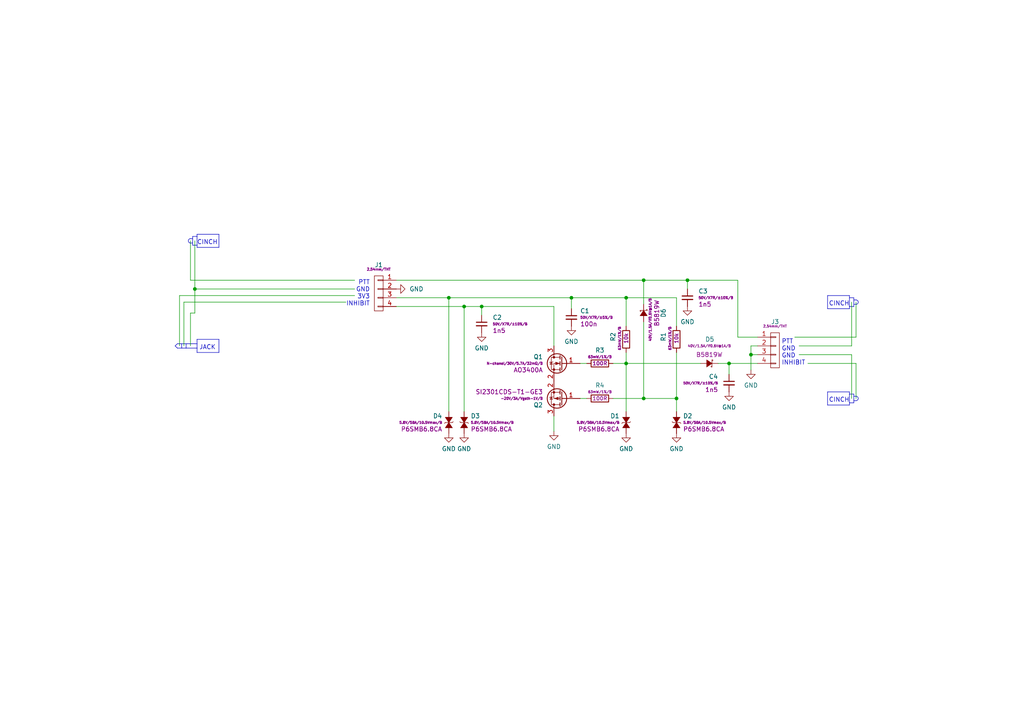
<source format=kicad_sch>
(kicad_sch (version 20230121) (generator eeschema)
  (paper "A4")
  (title_block (title "IC-7610 TX inhibit") (date "2023-09-14") (rev "01"))
  (lib_symbols
    (symbol "RemoteQTH.com:C_100n_50V_0603" (pin_numbers hide) (pin_names (offset 0.254) hide)
      (property "Reference" "C" (at 1.905 1.905 0))
      (property "req" "50V/X7R/±5%/B" (at 1.905 -1.905 0))
      (property "part_value" "100n" (at 1.905 0 0))
      (symbol "C_100n_50V_0603_0_1"
        (polyline (pts (xy -1.524 -0.508) (xy 1.524 -0.508)) (stroke (width 0.3302)))
        (polyline (pts (xy -1.524 0.508) (xy 1.524 0.508)) (stroke (width 0.3048)))
      )
      (symbol "C_100n_50V_0603_1_1"
        (pin passive line (at 0 2.54 270) (length 2.032) (name "~") (number "1"))
        (pin passive line (at 0 -2.54 90) (length 2.032) (name "~") (number "2"))
      )
    )
    (symbol "RemoteQTH.com:C_1n5_50V_0603" (pin_numbers hide) (pin_names (offset 0.254) hide)
      (property "Reference" "C" (at 1.905 1.905 0))
      (property "req" "50V/X7R/±10%/B" (at 1.905 -1.905 0))
      (property "part_value" "1n5" (at 1.905 0 0))
      (symbol "C_1n5_50V_0603_0_1"
        (polyline (pts (xy -1.524 -0.508) (xy 1.524 -0.508)) (stroke (width 0.3302)))
        (polyline (pts (xy -1.524 0.508) (xy 1.524 0.508)) (stroke (width 0.3048)))
      )
      (symbol "C_1n5_50V_0603_1_1"
        (pin passive line (at 0 2.54 270) (length 2.032) (name "~") (number "1"))
        (pin passive line (at 0 -2.54 90) (length 2.032) (name "~") (number "2"))
      )
    )
    (symbol "RemoteQTH.com:Conn_01x04_PinHeaderStraight_2,54mm" (pin_names (offset 1.016) hide)
      (property "Reference" "J" (at 0 7.62 0))
      (property "req" "2,54mm/THT" (at -1.27 6.35 0))
      (symbol "Conn_01x04_PinHeaderStraight_2,54mm_0_1"
        (rectangle (start -1.27 -3.683) (end 0.254 -3.937))
        (rectangle (start -1.27 -1.143) (end 0.254 -1.397))
        (rectangle (start -1.27 1.397) (end 0.254 1.143))
        (rectangle (start -1.27 3.937) (end 0.254 3.683))
        (rectangle (start -1.27 5.08) (end 1.27 -5.08))
      )
      (symbol "Conn_01x04_PinHeaderStraight_2,54mm_1_1"
        (pin passive line (at -5.08 3.81 0) (length 3.81) (name "P1") (number "1"))
        (pin passive line (at -5.08 1.27 0) (length 3.81) (name "P2") (number "2"))
        (pin passive line (at -5.08 -1.27 0) (length 3.81) (name "P3") (number "3"))
        (pin passive line (at -5.08 -3.81 0) (length 3.81) (name "P4") (number "4"))
      )
    )
    (symbol "RemoteQTH.com:D_40V-1A_B5819W_SOD123" (pin_numbers hide) (pin_names (offset 0.254) hide)
      (property "Reference" "D" (at 0 5.08 0))
      (property "req" "40V/1,5A/If0,6V@1A/B" (at 0 1.905 0))
      (property "part_value" "B5819W" (at 0 3.175 0))
      (symbol "D_40V-1A_B5819W_SOD123_0_1"
        (polyline (pts (xy -0.762 -1.016) (xy -0.762 1.016)))
        (polyline (pts (xy -0.762 0) (xy 0.762 0)))
        (polyline (pts (xy -0.762 -1.016) (xy -0.508 -1.016) (xy -0.508 -0.762)))
        (polyline (pts (xy -0.762 1.016) (xy -1.016 1.016) (xy -1.016 0.762)))
        (polyline (pts (xy 0.762 -1.016) (xy -0.762 0) (xy 0.762 1.016) (xy 0.762 -1.016)) (fill (type outline)))
      )
      (symbol "D_40V-1A_B5819W_SOD123_1_1"
        (pin passive line (at -2.54 0 0) (length 1.778) (name "K") (number "1"))
        (pin passive line (at 2.54 0 180) (length 1.778) (name "A") (number "2"))
      )
    )
    (symbol "RemoteQTH.com:D_TVS-5.8V-58A_P6SMB6.8CA_SMB-DO214AA" (pin_numbers hide) (pin_names (offset 0.254) hide)
      (property "Reference" "D" (at 0 5.08 0))
      (property "req" "5.8V/58A/10.5Vmax/B" (at 0 1.905 0))
      (property "part_value" "P6SMB6.8CA" (at 0 3.175 0))
      (symbol "D_TVS-5.8V-58A_P6SMB6.8CA_SMB-DO214AA_0_1"
        (polyline (pts (xy -0.127 0) (xy 1.397 0)))
        (polyline (pts (xy 0 -1.016) (xy -0.254 -1.27)))
        (polyline (pts (xy 0 -1.016) (xy 0 1.016)))
        (polyline (pts (xy 0 1.016) (xy 0.254 1.27)))
        (polyline (pts (xy 1.524 -1.016) (xy 0 0) (xy 1.524 1.016) (xy 1.524 -1.016)) (fill (type outline)))
      )
      (symbol "D_TVS-5.8V-58A_P6SMB6.8CA_SMB-DO214AA_1_1"
        (polyline (pts (xy -1.524 1.016) (xy 0 0) (xy -1.524 -1.016) (xy -1.524 1.016)) (fill (type outline)))
        (pin passive line (at -3.175 0 0) (length 1.778) (name "K") (number "1"))
        (pin passive line (at 3.175 0 180) (length 1.778) (name "A") (number "2"))
      )
    )
    (symbol "RemoteQTH.com:NFET_30V_5.7A_AO3400A_SOT23W" (pin_names (offset 0) hide)
      (property "Reference" "Q" (at 5.08 1.27 0))
      (property "req" "N-chanel/30V/5.7A/32mΩ/B" (at 5.08 -2.54 0))
      (property "part_value" "AO3400A" (at 5.08 -0.635 0))
      (symbol "NFET_30V_5.7A_AO3400A_SOT23W_0_1"
        (polyline (pts (xy 0.762 -1.778) (xy 2.54 -1.778)))
        (polyline (pts (xy 0.762 -1.27) (xy 0.762 -2.286)) (stroke (width 0.254)))
        (polyline (pts (xy 0.762 0) (xy 2.54 0)))
        (polyline (pts (xy 0.762 0.508) (xy 0.762 -0.508)) (stroke (width 0.254)))
        (polyline (pts (xy 0.762 1.778) (xy 2.54 1.778)))
        (polyline (pts (xy 0.762 2.286) (xy 0.762 1.27)) (stroke (width 0.254)))
        (polyline (pts (xy 2.54 -1.778) (xy 2.54 -2.54)))
        (polyline (pts (xy 2.54 -1.778) (xy 2.54 0)))
        (polyline (pts (xy 2.54 2.54) (xy 2.54 1.778)))
        (polyline (pts (xy 0.254 1.905) (xy 0.254 -1.905) (xy 0.254 -1.905)) (stroke (width 0.254)))
        (polyline (pts (xy 1.016 0) (xy 2.032 0.381) (xy 2.032 -0.381) (xy 1.016 0)) (fill (type outline)))
        (polyline (pts (xy 2.54 -1.778) (xy 3.302 -1.778) (xy 3.302 1.778) (xy 2.54 1.778)))
        (polyline (pts (xy 2.794 0.508) (xy 2.921 0.381) (xy 3.683 0.381) (xy 3.81 0.254)))
        (polyline (pts (xy 3.302 0.381) (xy 2.921 -0.254) (xy 3.683 -0.254) (xy 3.302 0.381)))
        (circle (center 1.651 0) (radius 2.8194) (stroke (width 0.254)))
        (circle (center 2.54 -1.778) (radius 0.2794) (fill (type outline)))
        (circle (center 2.54 1.778) (radius 0.2794) (fill (type outline)))
      )
      (symbol "NFET_30V_5.7A_AO3400A_SOT23W_1_1"
        (pin input line (at -5.08 0 0) (length 5.334) (name "G") (number "1"))
        (pin passive line (at 2.54 -5.08 90) (length 2.54) (name "S") (number "2"))
        (pin passive line (at 2.54 5.08 270) (length 2.54) (name "D") (number "3"))
      )
    )
    (symbol "RemoteQTH.com:PFET_-20V_3A_Si2319CDS_SOT23" (pin_names (offset 0) hide)
      (property "Reference" "Q" (at 5.08 1.27 0))
      (property "req" "-20V/3A/Vgsth-1V/B" (at 5.08 -2.54 0))
      (property "part_value" "SI2301CDS-T1-GE3" (at 5.08 -0.635 0))
      (symbol "PFET_-20V_3A_Si2319CDS_SOT23_0_1"
        (polyline (pts (xy 0.762 -1.778) (xy 2.54 -1.778)))
        (polyline (pts (xy 0.762 -1.27) (xy 0.762 -2.286)) (stroke (width 0.254)))
        (polyline (pts (xy 0.762 0) (xy 2.54 0)))
        (polyline (pts (xy 0.762 0.508) (xy 0.762 -0.508)) (stroke (width 0.254)))
        (polyline (pts (xy 0.762 1.778) (xy 2.54 1.778)))
        (polyline (pts (xy 0.762 2.286) (xy 0.762 1.27)) (stroke (width 0.254)))
        (polyline (pts (xy 2.54 -1.778) (xy 2.54 -2.54)))
        (polyline (pts (xy 2.54 -1.778) (xy 2.54 0)))
        (polyline (pts (xy 2.54 2.54) (xy 2.54 1.778)))
        (polyline (pts (xy 0.254 1.905) (xy 0.254 -1.905) (xy 0.254 -1.905)) (stroke (width 0.254)))
        (polyline (pts (xy 2.286 0) (xy 1.27 -0.381) (xy 1.27 0.381) (xy 2.286 0)) (fill (type outline)))
        (polyline (pts (xy 2.54 -1.778) (xy 3.302 -1.778) (xy 3.302 1.778) (xy 2.54 1.778)))
        (polyline (pts (xy 2.794 -0.508) (xy 2.921 -0.381) (xy 3.683 -0.381) (xy 3.81 -0.254)))
        (polyline (pts (xy 3.302 -0.381) (xy 2.921 0.254) (xy 3.683 0.254) (xy 3.302 -0.381)))
        (circle (center 1.651 0) (radius 2.8194) (stroke (width 0.254)))
        (circle (center 2.54 -1.778) (radius 0.2794) (fill (type outline)))
        (circle (center 2.54 1.778) (radius 0.2794) (fill (type outline)))
      )
      (symbol "PFET_-20V_3A_Si2319CDS_SOT23_1_1"
        (pin input line (at -5.08 0 0) (length 5.334) (name "G") (number "1"))
        (pin passive line (at 2.54 -5.08 90) (length 2.54) (name "S") (number "2"))
        (pin passive line (at 2.54 5.08 270) (length 2.54) (name "D") (number "3"))
      )
    )
    (symbol "RemoteQTH.com:R_100R_1%_0402" (pin_numbers hide) (pin_names (offset 0))
      (property "Reference" "R" (at 3.175 0 90))
      (property "req" "63mW/1%/B" (at 1.905 0 90))
      (property "part_value" "100R" (at 0 0 90))
      (symbol "R_100R_1%_0402_0_1"
        (rectangle (start -1.016 -2.54) (end 1.016 2.54) (stroke (width 0.254)))
      )
      (symbol "R_100R_1%_0402_1_1"
        (pin passive line (at 0 3.81 270) (length 1.27) (name "~") (number "1"))
        (pin passive line (at 0 -3.81 90) (length 1.27) (name "~") (number "2"))
      )
    )
    (symbol "RemoteQTH.com:R_10k_1%_0402" (pin_numbers hide) (pin_names (offset 0))
      (property "Reference" "R" (at 3.175 0 90))
      (property "req" "63mW/1%/B" (at 1.905 0 90))
      (property "part_value" "10k" (at 0 0 90))
      (symbol "R_10k_1%_0402_0_1"
        (rectangle (start -1.016 -2.54) (end 1.016 2.54) (stroke (width 0.254)))
      )
      (symbol "R_10k_1%_0402_1_1"
        (pin passive line (at 0 3.81 270) (length 1.27) (name "~") (number "1"))
        (pin passive line (at 0 -3.81 90) (length 1.27) (name "~") (number "2"))
      )
    )
    (symbol "power:GND" (power) (pin_names (offset 0))
      (property "Value" "GND" (at 0 -3.81 0))
      (symbol "GND_0_1"
        (polyline (pts (xy 0 0) (xy 0 -1.27) (xy 1.27 -1.27) (xy 0 -2.54) (xy -1.27 -1.27) (xy 0 -1.27)))
      )
      (symbol "GND_1_1"
        (pin power_in line (at 0 0 270) (length 0) hide (name "GND") (number "1"))
      )
    )
  )
  (junction (at 211.455 105.41))
  (junction (at 165.735 86.36))
  (junction (at 199.39 81.28))
  (junction (at 186.69 81.28))
  (junction (at 196.215 115.57))
  (junction (at 217.805 102.87))
  (junction (at 139.7 88.9))
  (junction (at 130.175 86.36))
  (junction (at 181.61 105.41))
  (junction (at 181.61 86.36))
  (junction (at 134.62 88.9))
  (junction (at 186.69 115.57))
  (junction (at 56.515 83.82))
  (polyline (pts (xy 247.65 116.84) (xy 247.65 114.3)))
  (wire (pts (xy 247.015 102.87) (xy 247.015 115.57)))
  (wire (pts (xy 231.775 100.33) (xy 247.015 100.33)))
  (wire (pts (xy 177.8 115.57) (xy 186.69 115.57)))
  (polyline (pts (xy 53.975 99.695) (xy 53.975 100.965)))
  (polyline (pts (xy 57.15 98.425) (xy 63.5 98.425)))
  (polyline (pts (xy 247.65 116.84) (xy 246.38 116.84)))
  (wire (pts (xy 168.275 115.57) (xy 170.18 115.57)))
  (polyline (pts (xy 57.15 102.235) (xy 57.15 100.965)))
  (wire (pts (xy 55.245 90.805) (xy 55.245 100.33)))
  (polyline (pts (xy 63.5 67.945) (xy 63.5 71.755)))
  (wire (pts (xy 55.245 69.85) (xy 55.245 81.28)))
  (wire (pts (xy 114.935 81.28) (xy 186.69 81.28)))
  (wire (pts (xy 134.62 88.9) (xy 134.62 119.38)))
  (polyline (pts (xy 55.245 70.485) (xy 55.88 70.485)))
  (polyline (pts (xy 53.975 100.965) (xy 57.15 100.965)))
  (polyline (pts (xy 240.03 117.475) (xy 240.03 113.665)))
  (wire (pts (xy 130.175 86.36) (xy 165.735 86.36)))
  (polyline (pts (xy 52.705 99.695) (xy 51.435 99.695)))
  (wire (pts (xy 52.07 85.725) (xy 52.07 100.33)))
  (polyline (pts (xy 246.38 116.84) (xy 246.38 117.475)))
  (wire (pts (xy 181.61 86.36) (xy 181.61 94.615)))
  (wire (pts (xy 213.995 97.79) (xy 219.71 97.79)))
  (wire (pts (xy 230.505 97.79) (xy 248.285 97.79)))
  (wire (pts (xy 114.935 88.9) (xy 134.62 88.9)))
  (wire (pts (xy 181.61 86.36) (xy 196.215 86.36)))
  (wire (pts (xy 248.285 105.41) (xy 248.285 115.57)))
  (wire (pts (xy 102.87 85.725) (xy 52.07 85.725)))
  (polyline (pts (xy 246.38 85.725) (xy 246.38 86.36)))
  (wire (pts (xy 199.39 81.28) (xy 186.69 81.28)))
  (polyline (pts (xy 57.15 67.945) (xy 63.5 67.945)))
  (wire (pts (xy 165.735 86.36) (xy 181.61 86.36)))
  (polyline (pts (xy 246.38 88.9) (xy 246.38 89.535)))
  (wire (pts (xy 211.455 105.41) (xy 211.455 108.585)))
  (wire (pts (xy 196.215 102.235) (xy 196.215 115.57)))
  (polyline (pts (xy 246.38 89.535) (xy 240.03 89.535)))
  (polyline (pts (xy 247.65 88.9) (xy 246.38 88.9)))
  (wire (pts (xy 160.655 100.33) (xy 160.655 88.9)))
  (wire (pts (xy 231.775 102.87) (xy 247.015 102.87)))
  (polyline (pts (xy 247.65 114.3) (xy 246.38 114.3)))
  (polyline (pts (xy 246.38 86.36) (xy 246.38 88.9)))
  (wire (pts (xy 208.28 105.41) (xy 211.455 105.41)))
  (wire (pts (xy 55.245 81.28) (xy 102.87 81.28)))
  (wire (pts (xy 114.935 86.36) (xy 130.175 86.36)))
  (polyline (pts (xy 53.975 99.695) (xy 57.15 99.695)))
  (polyline (pts (xy 57.15 68.58) (xy 57.15 67.945)))
  (polyline (pts (xy 246.38 117.475) (xy 240.03 117.475)))
  (polyline (pts (xy 247.65 86.36) (xy 246.38 86.36)))
  (polyline (pts (xy 51.435 100.965) (xy 52.705 100.965)))
  (wire (pts (xy 139.7 88.9) (xy 160.655 88.9)))
  (polyline (pts (xy 248.285 88.265) (xy 247.65 88.265)))
  (wire (pts (xy 100.33 87.63) (xy 53.34 87.63)))
  (polyline (pts (xy 246.38 113.665) (xy 246.38 114.3)))
  (polyline (pts (xy 247.65 88.9) (xy 247.65 86.36)))
  (wire (pts (xy 234.315 105.41) (xy 248.285 105.41)))
  (polyline (pts (xy 63.5 71.755) (xy 57.15 71.755)))
  (wire (pts (xy 247.015 87.63) (xy 247.015 100.33)))
  (wire (pts (xy 181.61 105.41) (xy 181.61 119.38)))
  (wire (pts (xy 168.275 105.41) (xy 170.18 105.41)))
  (wire (pts (xy 130.175 119.38) (xy 130.175 86.36)))
  (polyline (pts (xy 63.5 98.425) (xy 63.5 102.235)))
  (polyline (pts (xy 240.03 113.665) (xy 246.38 113.665)))
  (wire (pts (xy 53.34 87.63) (xy 53.34 100.33)))
  (wire (pts (xy 213.995 97.79) (xy 213.995 81.28)))
  (wire (pts (xy 56.515 69.85) (xy 56.515 83.82)))
  (wire (pts (xy 165.735 86.36) (xy 165.735 89.535)))
  (polyline (pts (xy 240.03 89.535) (xy 240.03 85.725)))
  (wire (pts (xy 177.8 105.41) (xy 181.61 105.41)))
  (polyline (pts (xy 52.705 99.695) (xy 52.705 100.965)))
  (polyline (pts (xy 57.15 71.12) (xy 57.15 68.58)))
  (polyline (pts (xy 55.88 68.58) (xy 55.88 71.12)))
  (wire (pts (xy 186.69 93.345) (xy 186.69 115.57)))
  (polyline (pts (xy 55.88 71.12) (xy 57.15 71.12)))
  (polyline (pts (xy 57.15 71.755) (xy 57.15 71.12)))
  (wire (pts (xy 217.805 107.315) (xy 217.805 102.87)))
  (wire (pts (xy 217.805 102.87) (xy 219.71 102.87)))
  (polyline (pts (xy 50.8 100.33) (xy 51.435 100.965)))
  (wire (pts (xy 213.995 81.28) (xy 199.39 81.28)))
  (wire (pts (xy 248.285 87.63) (xy 248.285 97.79)))
  (wire (pts (xy 160.655 120.65) (xy 160.655 125.095)))
  (polyline (pts (xy 246.38 114.3) (xy 246.38 116.84)))
  (wire (pts (xy 217.805 100.33) (xy 219.71 100.33)))
  (wire (pts (xy 196.215 94.615) (xy 196.215 86.36)))
  (polyline (pts (xy 248.285 86.995) (xy 247.65 86.995)))
  (polyline (pts (xy 55.88 68.58) (xy 57.15 68.58)))
  (wire (pts (xy 134.62 88.9) (xy 139.7 88.9)))
  (wire (pts (xy 186.69 115.57) (xy 196.215 115.57)))
  (polyline (pts (xy 63.5 102.235) (xy 57.15 102.235)))
  (wire (pts (xy 211.455 105.41) (xy 219.71 105.41)))
  (polyline (pts (xy 51.435 99.695) (xy 50.8 100.33)))
  (wire (pts (xy 181.61 105.41) (xy 181.61 102.235)))
  (wire (pts (xy 56.515 90.805) (xy 55.245 90.805)))
  (wire (pts (xy 186.69 81.28) (xy 186.69 88.265)))
  (polyline (pts (xy 52.705 100.965) (xy 53.975 100.965)))
  (wire (pts (xy 181.61 105.41) (xy 203.2 105.41)))
  (polyline (pts (xy 240.03 85.725) (xy 246.38 85.725)))
  (wire (pts (xy 196.215 115.57) (xy 196.215 119.38)))
  (wire (pts (xy 56.515 83.82) (xy 56.515 90.805)))
  (polyline (pts (xy 248.285 116.205) (xy 247.65 116.205)))
  (wire (pts (xy 56.515 83.82) (xy 102.87 83.82)))
  (polyline (pts (xy 55.245 69.215) (xy 55.88 69.215)))
  (polyline (pts (xy 57.15 100.965) (xy 57.15 99.695)))
  (polyline (pts (xy 248.285 114.935) (xy 247.65 114.935)))
  (polyline (pts (xy 53.975 99.695) (xy 52.705 99.695)))
  (wire (pts (xy 217.805 102.87) (xy 217.805 100.33)))
  (wire (pts (xy 139.7 88.9) (xy 139.7 91.44)))
  (polyline (pts (xy 57.15 99.695) (xy 57.15 98.425)))
  (wire (pts (xy 199.39 81.28) (xy 199.39 83.82)))
  (arc (start 248.285 114.935) (mid 248.9101 115.57) (end 248.285 116.205))
  (arc (start 55.245 70.485) (mid 54.6212 69.85) (end 55.245 69.215))
  (arc (start 248.285 86.995) (mid 248.915 87.63) (end 248.285 88.265))
  (text "PTT\nGND\n3V3\nINHIBIT" (at 107.315 88.9 0) (effects (font (size 1.27 1.27)) (justify right bottom)))
  (text "PTT\nGND\nGND\nINHIBIT" (at 226.695 106.045 0) (effects (font (size 1.27 1.27)) (justify left bottom)))
  (text "CINCH" (at 246.38 116.84 0) (effects (font (size 1.27 1.27)) (justify right bottom)))
  (text "CINCH" (at 57.15 71.12 0) (effects (font (size 1.27 1.27)) (justify left bottom)))
  (text "JACK" (at 57.785 101.6 0) (effects (font (size 1.27 1.27)) (justify left bottom)))
  (text "CINCH" (at 246.38 88.9 0) (effects (font (size 1.27 1.27)) (justify right bottom)))
  (symbol (lib_id "power:GND") (at 165.735 94.615 0) (unit 1)
    (property "Reference" "#PWR010" (effects hide))
    (property "Value" "GND" (at 165.735 99.06 0))
  )
  (symbol (lib_id "power:GND") (at 181.61 125.73 0) (unit 1)
    (property "Reference" "#PWR02" (effects hide))
    (property "Value" "GND" (at 181.61 130.175 0))
  )
  (symbol (lib_id "RemoteQTH.com:C_1n5_50V_0603") (at 139.7 93.98 0) (unit 1)
    (property "Reference" "C2" (at 142.875 92.0813 0) (effects (justify left)))
    (property "Value" "C_1n5_50V_0603" (effects hide))
    (property "Footprint" "RemoteQTH:C_0603" (effects hide))
    (property "req" "50V/X7R/±10%/B" (at 142.875 93.9863 0) (effects (font (size 0.7112 0.7112)) (justify left)))
    (property "part_value" "1n5" (at 142.875 95.8913 0) (effects (justify left)))
    (property "LCSC" "C1595" (effects hide))
  )
  (symbol (lib_id "power:GND") (at 139.7 96.52 0) (unit 1)
    (property "Reference" "#PWR09" (effects hide))
    (property "Value" "GND" (at 139.7 100.965 0))
  )
  (symbol (lib_id "RemoteQTH.com:D_40V-1A_B5819W_SOD123") (at 186.69 90.805 270) (unit 1)
    (property "Reference" "D6" (at 192.405 90.805 0))
    (property "Value" "D_40V-1A_B5819W_SOD123" (effects hide))
    (property "Footprint" "RemoteQTH:D_SOD-123" (effects hide))
    (property "Datasheet" "https://datasheet.lcsc.com/szlcsc/Changjiang-Electronics-Tech-CJ-B5819W_C8598.pdf" (effects hide))
    (property "req" "40V/1,5A/If0,6V@1A/B" (at 188.595 92.71 0) (effects (font (size 0.7112 0.7112))))
    (property "part_value" "B5819W" (at 190.5 90.805 0))
    (property "LCSC" "C8598" (effects hide))
  )
  (symbol (lib_id "RemoteQTH.com:C_1n5_50V_0603") (at 199.39 86.36 0) (unit 1)
    (property "Reference" "C3" (at 202.565 84.4613 0) (effects (justify left)))
    (property "Value" "C_1n5_50V_0603" (effects hide))
    (property "Footprint" "RemoteQTH:C_0603" (effects hide))
    (property "req" "50V/X7R/±10%/B" (at 202.565 86.3663 0) (effects (font (size 0.7112 0.7112)) (justify left)))
    (property "part_value" "1n5" (at 202.565 88.2713 0) (effects (justify left)))
    (property "LCSC" "C1595" (effects hide))
  )
  (symbol (lib_id "RemoteQTH.com:D_TVS-5.8V-58A_P6SMB6.8CA_SMB-DO214AA") (at 130.175 122.555 270) (mirror x) (unit 1)
    (property "Reference" "D4" (at 128.27 120.65 90) (effects (justify right)))
    (property "Value" "D_TVS-5.8V-58A_P6SMB6.8CA_SMB-DO214AA" (effects hide))
    (property "Footprint" "RemoteQTH:D_SMB_Standard" (effects hide))
    (property "Datasheet" "https://datasheet.lcsc.com/lcsc/1810181007_Brightking-Elec--TAIWAN-P6SMB6.8CA_C78395.pdf" (effects hide))
    (property "req" "5.8V/58A/10.5Vmax/B" (at 128.27 122.555 90) (effects (font (size 0.7112 0.7112)) (justify right)))
    (property "part_value" "P6SMB6.8CA" (at 128.27 124.46 90) (effects (justify right)))
    (property "LCSC" "C78395" (effects hide))
  )
  (symbol (lib_id "RemoteQTH.com:D_TVS-5.8V-58A_P6SMB6.8CA_SMB-DO214AA") (at 181.61 122.555 270) (mirror x) (unit 1)
    (property "Reference" "D1" (at 179.705 120.65 90) (effects (justify right)))
    (property "Value" "D_TVS-5.8V-58A_P6SMB6.8CA_SMB-DO214AA" (effects hide))
    (property "Footprint" "RemoteQTH:D_SMB_Standard" (effects hide))
    (property "Datasheet" "https://datasheet.lcsc.com/lcsc/1810181007_Brightking-Elec--TAIWAN-P6SMB6.8CA_C78395.pdf" (effects hide))
    (property "req" "5.8V/58A/10.5Vmax/B" (at 179.705 122.555 90) (effects (font (size 0.7112 0.7112)) (justify right)))
    (property "part_value" "P6SMB6.8CA" (at 179.705 124.46 90) (effects (justify right)))
    (property "LCSC" "C78395" (effects hide))
  )
  (symbol (lib_id "power:GND") (at 199.39 88.9 0) (unit 1)
    (property "Reference" "#PWR011" (effects hide))
    (property "Value" "GND" (at 199.39 93.345 0))
  )
  (symbol (lib_id "RemoteQTH.com:D_TVS-5.8V-58A_P6SMB6.8CA_SMB-DO214AA") (at 196.215 122.555 90) (unit 1)
    (property "Reference" "D2" (at 198.12 120.65 90) (effects (justify right)))
    (property "Value" "D_TVS-5.8V-58A_P6SMB6.8CA_SMB-DO214AA" (effects hide))
    (property "Footprint" "RemoteQTH:D_SMB_Standard" (effects hide))
    (property "Datasheet" "https://datasheet.lcsc.com/lcsc/1810181007_Brightking-Elec--TAIWAN-P6SMB6.8CA_C78395.pdf" (effects hide))
    (property "req" "5.8V/58A/10.5Vmax/B" (at 198.12 122.555 90) (effects (font (size 0.7112 0.7112)) (justify right)))
    (property "part_value" "P6SMB6.8CA" (at 198.12 124.46 90) (effects (justify right)))
    (property "LCSC" "C78395" (effects hide))
  )
  (symbol (lib_id "RemoteQTH.com:Conn_01x04_PinHeaderStraight_2,54mm") (at 224.79 101.6 0) (unit 1)
    (property "Reference" "J3" (at 224.79 93.345 0))
    (property "Value" "Conn_01x04_PinHeaderStraight_2,54mm" (effects hide))
    (property "Footprint" "RemoteQTH:Conn_PinHeaderStraight_1x04_2,54mm" (effects hide))
    (property "req" "2,54mm/THT" (at 224.79 94.615 0) (effects (font (size 0.7112 0.7112))))
  )
  (symbol (lib_id "RemoteQTH.com:NFET_30V_5.7A_AO3400A_SOT23W") (at 163.195 105.41 0) (mirror y) (unit 1)
    (property "Reference" "Q1" (at 157.48 103.505 0) (effects (justify left)))
    (property "Value" "NFET_30V_5.7A_AO3400A_SOT23W" (effects hide))
    (property "Footprint" "RemoteQTH:SOT-23W" (effects hide))
    (property "Datasheet" "https://datasheet.lcsc.com/lcsc/1811081213_Alpha-&-Omega-Semicon-AO3400A_C20917.pdf" (effects hide))
    (property "req" "N-chanel/30V/5.7A/32mΩ/B" (at 157.48 105.41 0) (effects (font (size 0.7112 0.7112)) (justify left)))
    (property "part_value" "AO3400A" (at 157.48 107.315 0) (effects (justify left)))
    (property "LCSC" "C20917" (effects hide))
  )
  (symbol (lib_id "RemoteQTH.com:PFET_-20V_3A_Si2319CDS_SOT23") (at 163.195 115.57 180) (unit 1)
    (property "Reference" "Q2" (at 157.48 117.475 0) (effects (justify left)))
    (property "Value" "PFET_-20V_3A_Si2319CDS_SOT23" (effects hide))
    (property "Footprint" "RemoteQTH:SOT-23" (effects hide))
    (property "req" "-20V/3A/Vgsth-1V/B" (at 157.48 115.57 0) (effects (font (size 0.7112 0.7112)) (justify left)))
    (property "part_value" "SI2301CDS-T1-GE3" (at 157.48 113.665 0) (effects (justify left)))
    (property "LCSC" "C10487" (effects hide))
  )
  (symbol (lib_id "power:GND") (at 134.62 125.73 0) (unit 1)
    (property "Reference" "#PWR05" (effects hide))
    (property "Value" "GND" (at 134.62 130.175 0))
  )
  (symbol (lib_id "RemoteQTH.com:R_100R_1%_0402") (at 173.99 115.57 90) (unit 1)
    (property "Reference" "R4" (at 173.99 111.76 90))
    (property "Value" "R_100R_1%_0402" (effects hide))
    (property "Footprint" "RemoteQTH:R_0402" (effects hide))
    (property "req" "63mW/1%/B" (at 173.99 113.665 90) (effects (font (size 0.7112 0.7112))))
    (property "part_value" "100R" (at 173.99 115.57 90) (effects (font (size 1.0922 1.0922))))
    (property "LCSC" "C25076" (effects hide))
  )
  (symbol (lib_id "power:GND") (at 160.655 125.095 0) (unit 1)
    (property "Reference" "#PWR01" (effects hide))
    (property "Value" "GND" (at 160.655 129.54 0))
  )
  (symbol (lib_id "RemoteQTH.com:D_40V-1A_B5819W_SOD123") (at 205.74 105.41 0) (mirror y) (unit 1)
    (property "Reference" "D5" (at 205.867 98.425 0))
    (property "Value" "D_40V-1A_B5819W_SOD123" (effects hide))
    (property "Footprint" "RemoteQTH:D_SOD-123" (effects hide))
    (property "Datasheet" "https://datasheet.lcsc.com/szlcsc/Changjiang-Electronics-Tech-CJ-B5819W_C8598.pdf" (effects hide))
    (property "req" "40V/1,5A/If0,6V@1A/B" (at 205.74 100.33 0) (effects (font (size 0.7112 0.7112))))
    (property "part_value" "B5819W" (at 205.74 102.87 0))
    (property "LCSC" "C8598" (effects hide))
  )
  (symbol (lib_id "RemoteQTH.com:D_TVS-5.8V-58A_P6SMB6.8CA_SMB-DO214AA") (at 134.62 122.555 90) (unit 1)
    (property "Reference" "D3" (at 136.525 120.65 90) (effects (justify right)))
    (property "Value" "D_TVS-5.8V-58A_P6SMB6.8CA_SMB-DO214AA" (effects hide))
    (property "Footprint" "RemoteQTH:D_SMB_Standard" (effects hide))
    (property "Datasheet" "https://datasheet.lcsc.com/lcsc/1810181007_Brightking-Elec--TAIWAN-P6SMB6.8CA_C78395.pdf" (effects hide))
    (property "req" "5.8V/58A/10.5Vmax/B" (at 136.525 122.555 90) (effects (font (size 0.7112 0.7112)) (justify right)))
    (property "part_value" "P6SMB6.8CA" (at 136.525 124.46 90) (effects (justify right)))
    (property "LCSC" "C78395" (effects hide))
  )
  (symbol (lib_id "RemoteQTH.com:R_10k_1%_0402") (at 181.61 98.425 0) (unit 1)
    (property "Reference" "R2" (at 177.8 99.06 90) (effects (justify left)))
    (property "Value" "R_10k_1%_0402" (effects hide))
    (property "Footprint" "RemoteQTH:R_0402" (effects hide))
    (property "req" "63mW/1%/B" (at 179.705 101.6 90) (effects (font (size 0.7112 0.7112)) (justify left)))
    (property "part_value" "10k" (at 181.61 99.695 90) (effects (font (size 1.0922 1.0922)) (justify left)))
    (property "LCSC" "C25744" (effects hide))
  )
  (symbol (lib_id "power:GND") (at 196.215 125.73 0) (unit 1)
    (property "Reference" "#PWR03" (effects hide))
    (property "Value" "GND" (at 196.215 130.175 0))
  )
  (symbol (lib_id "power:GND") (at 130.175 125.73 0) (unit 1)
    (property "Reference" "#PWR04" (effects hide))
    (property "Value" "GND" (at 130.175 130.175 0))
  )
  (symbol (lib_id "RemoteQTH.com:R_10k_1%_0402") (at 196.215 98.425 0) (unit 1)
    (property "Reference" "R1" (at 192.405 99.06 90) (effects (justify left)))
    (property "Value" "R_10k_1%_0402" (effects hide))
    (property "Footprint" "RemoteQTH:R_0402" (effects hide))
    (property "req" "63mW/1%/B" (at 194.31 101.6 90) (effects (font (size 0.7112 0.7112)) (justify left)))
    (property "part_value" "10k" (at 196.215 99.695 90) (effects (font (size 1.0922 1.0922)) (justify left)))
    (property "LCSC" "C25744" (effects hide))
  )
  (symbol (lib_id "RemoteQTH.com:C_100n_50V_0603") (at 165.735 92.075 0) (unit 1)
    (property "Reference" "C1" (at 168.275 90.1763 0) (effects (justify left)))
    (property "Value" "C_100n_50V_0603" (effects hide))
    (property "Footprint" "RemoteQTH:C_0603" (effects hide))
    (property "req" "50V/X7R/±5%/B" (at 168.275 92.0813 0) (effects (font (size 0.7112 0.7112)) (justify left)))
    (property "part_value" "100n" (at 168.275 93.9863 0) (effects (justify left)))
    (property "LCSC" "C14663" (effects hide))
  )
  (symbol (lib_id "RemoteQTH.com:Conn_01x04_PinHeaderStraight_2,54mm") (at 109.855 85.09 0) (mirror y) (unit 1)
    (property "Reference" "J1" (at 109.855 76.835 0))
    (property "Value" "Conn_01x04_PinHeaderStraight_2,54mm" (effects hide))
    (property "Footprint" "RemoteQTH:Conn_PinHeaderStraight_1x04_2,54mm" (effects hide))
    (property "req" "2,54mm/THT" (at 109.855 78.105 0) (effects (font (size 0.7112 0.7112))))
  )
  (symbol (lib_id "RemoteQTH.com:C_1n5_50V_0603") (at 211.455 111.125 0) (mirror y) (unit 1)
    (property "Reference" "C4" (at 208.28 109.2263 0) (effects (justify left)))
    (property "Value" "C_1n5_50V_0603" (effects hide))
    (property "Footprint" "RemoteQTH:C_0603" (effects hide))
    (property "req" "50V/X7R/±10%/B" (at 208.28 111.1313 0) (effects (font (size 0.7112 0.7112)) (justify left)))
    (property "part_value" "1n5" (at 208.28 113.0363 0) (effects (justify left)))
    (property "LCSC" "C1595" (effects hide))
  )
  (symbol (lib_id "power:GND") (at 211.455 113.665 0) (unit 1)
    (property "Reference" "#PWR012" (effects hide))
    (property "Value" "GND" (at 211.455 118.11 0))
  )
  (symbol (lib_id "power:GND") (at 114.935 83.82 90) (unit 1)
    (property "Reference" "#PWR06" (effects hide))
    (property "Value" "GND" (at 118.745 83.82 90) (effects (justify right)))
  )
  (symbol (lib_id "power:GND") (at 217.805 107.315 0) (unit 1)
    (property "Reference" "#PWR07" (effects hide))
    (property "Value" "GND" (at 217.805 111.76 0))
  )
  (symbol (lib_id "RemoteQTH.com:R_100R_1%_0402") (at 173.99 105.41 90) (unit 1)
    (property "Reference" "R3" (at 173.99 101.6 90))
    (property "Value" "R_100R_1%_0402" (effects hide))
    (property "Footprint" "RemoteQTH:R_0402" (effects hide))
    (property "req" "63mW/1%/B" (at 173.99 103.505 90) (effects (font (size 0.7112 0.7112))))
    (property "part_value" "100R" (at 173.99 105.41 90) (effects (font (size 1.0922 1.0922))))
    (property "LCSC" "C25076" (effects hide))
  )
)
</source>
